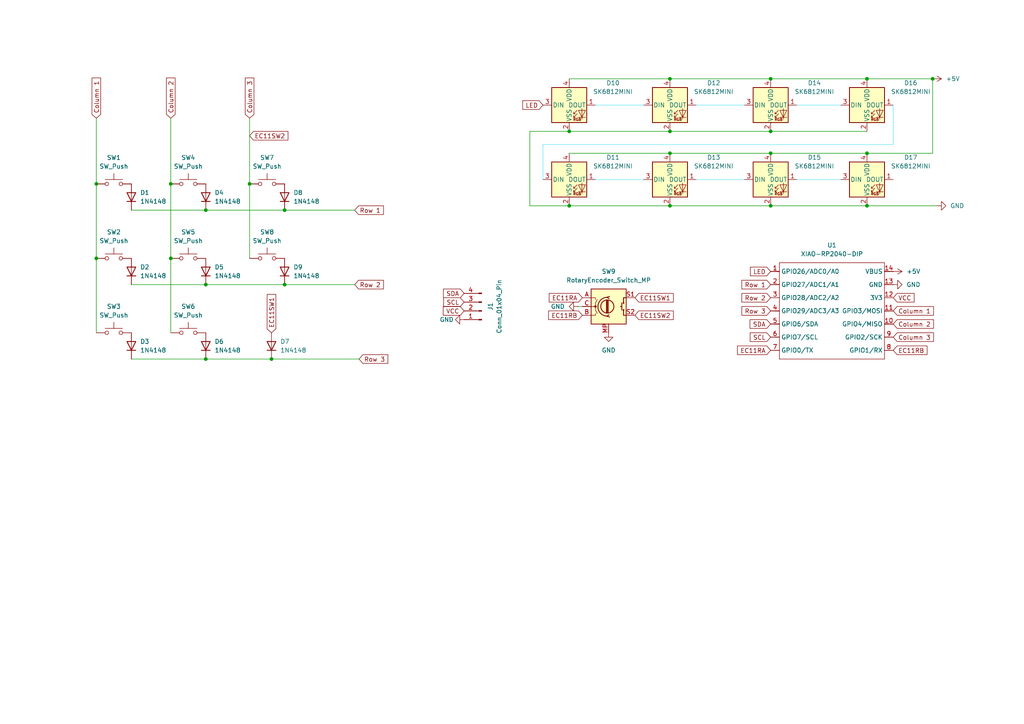
<source format=kicad_sch>
(kicad_sch (version 20250114) (generator "eeschema") (generator_version "9.0")
  (paper "A4")
  (lib_symbols
    (symbol "Connector:Conn_01x04_Pin" (pin_names (offset 1.016) (hide yes))
      (property "Reference" "J" (at 0 5.08 0))
      (property "Value" "Conn_01x04_Pin" (at 0 -7.62 0))
      (symbol "Conn_01x04_Pin_1_1"
        (rectangle (start 0.8636 2.667) (end 0 2.413) (stroke (width 0.1524)) (fill (type outline)))
        (rectangle (start 0.8636 0.127) (end 0 -0.127) (stroke (width 0.1524)) (fill (type outline)))
        (rectangle (start 0.8636 -2.413) (end 0 -2.667) (stroke (width 0.1524)) (fill (type outline)))
        (rectangle (start 0.8636 -4.953) (end 0 -5.207) (stroke (width 0.1524)) (fill (type outline)))
        (polyline (pts (xy 1.27 2.54) (xy 0.8636 2.54)) (stroke (width 0.1524)))
        (polyline (pts (xy 1.27 0) (xy 0.8636 0)) (stroke (width 0.1524)))
        (polyline (pts (xy 1.27 -2.54) (xy 0.8636 -2.54)) (stroke (width 0.1524)))
        (polyline (pts (xy 1.27 -5.08) (xy 0.8636 -5.08)) (stroke (width 0.1524)))
        (pin passive line (at 5.08 2.54 180) (length 3.81) (name "Pin_1") (number "1"))
        (pin passive line (at 5.08 0 180) (length 3.81) (name "Pin_2") (number "2"))
        (pin passive line (at 5.08 -2.54 180) (length 3.81) (name "Pin_3") (number "3"))
        (pin passive line (at 5.08 -5.08 180) (length 3.81) (name "Pin_4") (number "4"))
      )
    )
    (symbol "Device:RotaryEncoder_Switch_MP" (pin_names (offset 0.254) (hide yes))
      (property "Reference" "SW" (at 0 8.89 0))
      (property "Value" "RotaryEncoder_Switch_MP" (at 0 6.35 0))
      (symbol "RotaryEncoder_Switch_MP_0_1"
        (rectangle (start -5.08 5.08) (end 5.08 -5.08) (stroke (width 0.254)) (fill (type background)))
        (polyline (pts (xy -5.08 2.54) (xy -3.81 2.54) (xy -3.81 2.032)))
        (polyline (pts (xy -5.08 0) (xy -3.81 0) (xy -3.81 -1.016) (xy -3.302 -2.032)))
        (polyline (pts (xy -5.08 -2.54) (xy -3.81 -2.54) (xy -3.81 -2.032)))
        (polyline (pts (xy -4.318 0) (xy -3.81 0) (xy -3.81 1.016) (xy -3.302 2.032)))
        (circle (center -3.81 0) (radius 0.254) (fill (type outline)))
        (polyline (pts (xy -0.635 -1.778) (xy -0.635 1.778)) (stroke (width 0.254)))
        (circle (center -0.381 0) (radius 1.905) (stroke (width 0.254)))
        (polyline (pts (xy -0.381 -1.778) (xy -0.381 1.778)) (stroke (width 0.254)))
        (arc (start -0.381 -2.794) (mid -3.0988 -0.0635) (end -0.381 2.667) (stroke (width 0.254)))
        (polyline (pts (xy -0.127 1.778) (xy -0.127 -1.778)) (stroke (width 0.254)))
        (polyline (pts (xy 0.254 2.921) (xy -0.508 2.667) (xy 0.127 2.286)) (stroke (width 0.254)))
        (polyline (pts (xy 0.254 -3.048) (xy -0.508 -2.794) (xy 0.127 -2.413)) (stroke (width 0.254)))
        (polyline (pts (xy 3.81 1.016) (xy 3.81 -1.016)) (stroke (width 0.254)))
        (polyline (pts (xy 3.81 0) (xy 3.429 0)) (stroke (width 0.254)))
        (circle (center 4.318 1.016) (radius 0.127) (stroke (width 0.254)))
        (circle (center 4.318 -1.016) (radius 0.127) (stroke (width 0.254)))
        (polyline (pts (xy 5.08 2.54) (xy 4.318 2.54) (xy 4.318 1.016)) (stroke (width 0.254)))
        (polyline (pts (xy 5.08 -2.54) (xy 4.318 -2.54) (xy 4.318 -1.016)) (stroke (width 0.254)))
      )
      (symbol "RotaryEncoder_Switch_MP_1_1"
        (pin passive line (at -7.62 2.54 0) (length 2.54) (name "A") (number "A"))
        (pin passive line (at -7.62 0 0) (length 2.54) (name "C") (number "C"))
        (pin passive line (at -7.62 -2.54 0) (length 2.54) (name "B") (number "B"))
        (pin passive line (at 0 -7.62 90) (length 2.54) (name "MP") (number "MP"))
        (pin passive line (at 7.62 2.54 180) (length 2.54) (name "S1") (number "S1"))
        (pin passive line (at 7.62 -2.54 180) (length 2.54) (name "S2") (number "S2"))
      )
    )
    (symbol "Diode:1N4148" (pin_numbers (hide yes)) (pin_names (hide yes))
      (property "Reference" "D" (at 0 2.54 0))
      (property "Value" "1N4148" (at 0 -2.54 0))
      (symbol "1N4148_0_1"
        (polyline (pts (xy -1.27 1.27) (xy -1.27 -1.27)) (stroke (width 0.254)))
        (polyline (pts (xy 1.27 1.27) (xy 1.27 -1.27) (xy -1.27 0) (xy 1.27 1.27)) (stroke (width 0.254)))
        (polyline (pts (xy 1.27 0) (xy -1.27 0)))
      )
      (symbol "1N4148_1_1"
        (pin passive line (at -3.81 0 0) (length 2.54) (name "K") (number "1"))
        (pin passive line (at 3.81 0 180) (length 2.54) (name "A") (number "2"))
      )
    )
    (symbol "LED:SK6812MINI" (pin_names (offset 0.254))
      (property "Reference" "D" (at 5.08 5.715 0))
      (property "Value" "SK6812MINI" (at 1.27 -5.715 0))
      (symbol "SK6812MINI_0_0"
        (text "RGB" (at 2.286 -4.191 0) (effects (font (size 0.762 0.762))))
      )
      (symbol "SK6812MINI_0_1"
        (polyline (pts (xy 1.27 -2.54) (xy 1.778 -2.54)))
        (polyline (pts (xy 1.27 -3.556) (xy 1.778 -3.556)))
        (polyline (pts (xy 2.286 -1.524) (xy 1.27 -2.54) (xy 1.27 -2.032)))
        (polyline (pts (xy 2.286 -2.54) (xy 1.27 -3.556) (xy 1.27 -3.048)))
        (polyline (pts (xy 3.683 -1.016) (xy 3.683 -3.556) (xy 3.683 -4.064)))
        (polyline (pts (xy 4.699 -1.524) (xy 2.667 -1.524) (xy 3.683 -3.556) (xy 4.699 -1.524)))
        (polyline (pts (xy 4.699 -3.556) (xy 2.667 -3.556)))
        (rectangle (start 5.08 5.08) (end -5.08 -5.08) (stroke (width 0.254)) (fill (type background)))
      )
      (symbol "SK6812MINI_1_1"
        (pin input line (at -7.62 0 0) (length 2.54) (name "DIN") (number "3"))
        (pin power_in line (at 0 7.62 270) (length 2.54) (name "VDD") (number "4"))
        (pin power_in line (at 0 -7.62 90) (length 2.54) (name "VSS") (number "2"))
        (pin output line (at 7.62 0 180) (length 2.54) (name "DOUT") (number "1"))
      )
    )
    (symbol "OPL:XIAO-RP2040-DIP"
      (property "Reference" "U" (at 0 0 0))
      (property "Value" "XIAO-RP2040-DIP" (at 5.334 -1.778 0))
      (symbol "XIAO-RP2040-DIP_1_0"
        (polyline (pts (xy -1.27 -2.54) (xy 29.21 -2.54)) (stroke (width 0.1524)))
        (polyline (pts (xy -1.27 -5.08) (xy -2.54 -5.08)) (stroke (width 0.1524)))
        (polyline (pts (xy -1.27 -5.08) (xy -1.27 -2.54)) (stroke (width 0.1524)))
        (polyline (pts (xy -1.27 -8.89) (xy -2.54 -8.89)) (stroke (width 0.1524)))
        (polyline (pts (xy -1.27 -8.89) (xy -1.27 -5.08)) (stroke (width 0.1524)))
        (polyline (pts (xy -1.27 -12.7) (xy -2.54 -12.7)) (stroke (width 0.1524)))
        (polyline (pts (xy -1.27 -12.7) (xy -1.27 -8.89)) (stroke (width 0.1524)))
        (polyline (pts (xy -1.27 -16.51) (xy -2.54 -16.51)) (stroke (width 0.1524)))
        (polyline (pts (xy -1.27 -16.51) (xy -1.27 -12.7)) (stroke (width 0.1524)))
        (polyline (pts (xy -1.27 -20.32) (xy -2.54 -20.32)) (stroke (width 0.1524)))
        (polyline (pts (xy -1.27 -24.13) (xy -2.54 -24.13)) (stroke (width 0.1524)))
        (polyline (pts (xy -1.27 -27.94) (xy -2.54 -27.94)) (stroke (width 0.1524)))
        (polyline (pts (xy -1.27 -30.48) (xy -1.27 -16.51)) (stroke (width 0.1524)))
        (polyline (pts (xy 29.21 -2.54) (xy 29.21 -5.08)) (stroke (width 0.1524)))
        (polyline (pts (xy 29.21 -5.08) (xy 29.21 -8.89)) (stroke (width 0.1524)))
        (polyline (pts (xy 29.21 -8.89) (xy 29.21 -12.7)) (stroke (width 0.1524)))
        (polyline (pts (xy 29.21 -12.7) (xy 29.21 -30.48)) (stroke (width 0.1524)))
        (polyline (pts (xy 29.21 -30.48) (xy -1.27 -30.48)) (stroke (width 0.1524)))
        (polyline (pts (xy 30.48 -5.08) (xy 29.21 -5.08)) (stroke (width 0.1524)))
        (polyline (pts (xy 30.48 -8.89) (xy 29.21 -8.89)) (stroke (width 0.1524)))
        (polyline (pts (xy 30.48 -12.7) (xy 29.21 -12.7)) (stroke (width 0.1524)))
        (polyline (pts (xy 30.48 -16.51) (xy 29.21 -16.51)) (stroke (width 0.1524)))
        (polyline (pts (xy 30.48 -20.32) (xy 29.21 -20.32)) (stroke (width 0.1524)))
        (polyline (pts (xy 30.48 -24.13) (xy 29.21 -24.13)) (stroke (width 0.1524)))
        (polyline (pts (xy 30.48 -27.94) (xy 29.21 -27.94)) (stroke (width 0.1524)))
        (pin passive line (at -3.81 -5.08 0) (length 2.54) (name "GPIO26/ADC0/A0") (number "1"))
        (pin passive line (at -3.81 -8.89 0) (length 2.54) (name "GPIO27/ADC1/A1") (number "2"))
        (pin passive line (at -3.81 -12.7 0) (length 2.54) (name "GPIO28/ADC2/A2") (number "3"))
        (pin passive line (at -3.81 -16.51 0) (length 2.54) (name "GPIO29/ADC3/A3") (number "4"))
        (pin passive line (at -3.81 -20.32 0) (length 2.54) (name "GPIO6/SDA") (number "5"))
        (pin passive line (at -3.81 -24.13 0) (length 2.54) (name "GPIO7/SCL") (number "6"))
        (pin passive line (at -3.81 -27.94 0) (length 2.54) (name "GPIO0/TX") (number "7"))
        (pin passive line (at 31.75 -5.08 180) (length 2.54) (name "VBUS") (number "14"))
        (pin passive line (at 31.75 -8.89 180) (length 2.54) (name "GND") (number "13"))
        (pin passive line (at 31.75 -12.7 180) (length 2.54) (name "3V3") (number "12"))
        (pin passive line (at 31.75 -16.51 180) (length 2.54) (name "GPIO3/MOSI") (number "11"))
        (pin passive line (at 31.75 -20.32 180) (length 2.54) (name "GPIO4/MISO") (number "10"))
        (pin passive line (at 31.75 -24.13 180) (length 2.54) (name "GPIO2/SCK") (number "9"))
        (pin passive line (at 31.75 -27.94 180) (length 2.54) (name "GPIO1/RX") (number "8"))
      )
    )
    (symbol "Switch:SW_Push" (pin_numbers (hide yes)) (pin_names (offset 1.016) (hide yes))
      (property "Reference" "SW" (at 1.27 2.54 0))
      (property "Value" "SW_Push" (at 0 -1.524 0))
      (symbol "SW_Push_0_1"
        (circle (center -2.032 0) (radius 0.508))
        (polyline (pts (xy 0 1.27) (xy 0 3.048)))
        (circle (center 2.032 0) (radius 0.508))
        (polyline (pts (xy 2.54 1.27) (xy -2.54 1.27)))
        (pin passive line (at -5.08 0 0) (length 2.54) (name "1") (number "1"))
        (pin passive line (at 5.08 0 180) (length 2.54) (name "2") (number "2"))
      )
    )
    (symbol "power:+5V" (power) (pin_numbers (hide yes)) (pin_names (offset 0) (hide yes))
      (property "Value" "+5V" (at 0 3.556 0))
      (symbol "+5V_0_1"
        (polyline (pts (xy -0.762 1.27) (xy 0 2.54)))
        (polyline (pts (xy 0 2.54) (xy 0.762 1.27)))
        (polyline (pts (xy 0 0) (xy 0 2.54)))
      )
      (symbol "+5V_1_1"
        (pin power_in line (at 0 0 90) (length 0) (name "~") (number "1"))
      )
    )
    (symbol "power:GND" (power) (pin_numbers (hide yes)) (pin_names (offset 0) (hide yes))
      (property "Value" "GND" (at 0 -3.81 0))
      (symbol "GND_0_1"
        (polyline (pts (xy 0 0) (xy 0 -1.27) (xy 1.27 -1.27) (xy 0 -2.54) (xy -1.27 -1.27) (xy 0 -1.27)))
      )
      (symbol "GND_1_1"
        (pin power_in line (at 0 0 270) (length 0) (name "~") (number "1"))
      )
    )
  )
  (junction (at 82.55 82.55))
  (junction (at 59.69 60.96))
  (junction (at 270.51 22.86))
  (junction (at 251.46 44.45))
  (junction (at 27.94 74.93))
  (junction (at 223.52 22.86))
  (junction (at 251.46 59.69))
  (junction (at 27.94 53.34))
  (junction (at 165.1 59.69))
  (junction (at 251.46 22.86))
  (junction (at 49.53 53.34))
  (junction (at 49.53 74.93))
  (junction (at 82.55 60.96))
  (junction (at 194.31 44.45))
  (junction (at 194.31 38.1))
  (junction (at 223.52 38.1))
  (junction (at 59.69 82.55))
  (junction (at 194.31 22.86))
  (junction (at 78.74 104.14))
  (junction (at 165.1 38.1))
  (junction (at 223.52 59.69))
  (junction (at 223.52 44.45))
  (junction (at 59.69 104.14))
  (junction (at 194.31 59.69))
  (junction (at 72.39 53.34))
  (wire (pts (xy 172.72 30.48) (xy 186.69 30.48)) (stroke (width 0) (color 95 226 255 1)))
  (wire (pts (xy 172.72 52.07) (xy 186.69 52.07)) (stroke (width 0) (color 95 226 255 1)))
  (wire (pts (xy 49.53 53.34) (xy 49.53 74.93)))
  (wire (pts (xy 194.31 59.69) (xy 223.52 59.69)))
  (wire (pts (xy 165.1 44.45) (xy 194.31 44.45)))
  (wire (pts (xy 201.93 30.48) (xy 215.9 30.48)) (stroke (width 0) (color 95 226 255 1)))
  (wire (pts (xy 78.74 104.14) (xy 104.14 104.14)))
  (wire (pts (xy 251.46 44.45) (xy 270.51 44.45)))
  (wire (pts (xy 72.39 53.34) (xy 72.39 74.93)))
  (wire (pts (xy 194.31 22.86) (xy 223.52 22.86)))
  (wire (pts (xy 157.48 41.91) (xy 157.48 52.07)) (stroke (width 0) (color 95 226 255 1)))
  (wire (pts (xy 165.1 59.69) (xy 194.31 59.69)))
  (wire (pts (xy 223.52 38.1) (xy 194.31 38.1)))
  (wire (pts (xy 201.93 52.07) (xy 215.9 52.07)) (stroke (width 0) (color 95 226 255 1)))
  (wire (pts (xy 259.08 30.48) (xy 259.08 41.91)) (stroke (width 0) (color 95 226 255 1)))
  (wire (pts (xy 59.69 104.14) (xy 78.74 104.14)))
  (wire (pts (xy 82.55 60.96) (xy 102.87 60.96)))
  (wire (pts (xy 72.39 34.29) (xy 72.39 53.34)))
  (wire (pts (xy 223.52 44.45) (xy 251.46 44.45)))
  (wire (pts (xy 251.46 38.1) (xy 223.52 38.1)))
  (wire (pts (xy 27.94 53.34) (xy 27.94 74.93)))
  (wire (pts (xy 38.1 82.55) (xy 59.69 82.55)))
  (wire (pts (xy 231.14 30.48) (xy 243.84 30.48)) (stroke (width 0) (color 95 226 255 1)))
  (wire (pts (xy 167.64 88.9) (xy 168.91 88.9)))
  (wire (pts (xy 194.31 44.45) (xy 223.52 44.45)))
  (wire (pts (xy 194.31 38.1) (xy 165.1 38.1)))
  (wire (pts (xy 38.1 104.14) (xy 59.69 104.14)))
  (wire (pts (xy 38.1 60.96) (xy 59.69 60.96)))
  (wire (pts (xy 27.94 34.29) (xy 27.94 53.34)))
  (wire (pts (xy 231.14 52.07) (xy 243.84 52.07)) (stroke (width 0) (color 95 226 255 1)))
  (wire (pts (xy 251.46 22.86) (xy 270.51 22.86)))
  (wire (pts (xy 27.94 74.93) (xy 27.94 96.52)))
  (wire (pts (xy 165.1 22.86) (xy 194.31 22.86)))
  (wire (pts (xy 270.51 22.86) (xy 270.51 44.45)))
  (wire (pts (xy 153.67 59.69) (xy 165.1 59.69)))
  (wire (pts (xy 157.48 41.91) (xy 259.08 41.91)) (stroke (width 0) (color 95 226 255 1)))
  (wire (pts (xy 59.69 82.55) (xy 82.55 82.55)))
  (wire (pts (xy 82.55 82.55) (xy 102.87 82.55)))
  (wire (pts (xy 153.67 38.1) (xy 153.67 59.69)))
  (wire (pts (xy 223.52 59.69) (xy 251.46 59.69)))
  (wire (pts (xy 49.53 34.29) (xy 49.53 53.34)))
  (wire (pts (xy 251.46 59.69) (xy 271.78 59.69)))
  (wire (pts (xy 49.53 74.93) (xy 49.53 96.52)))
  (wire (pts (xy 165.1 38.1) (xy 153.67 38.1)))
  (wire (pts (xy 223.52 22.86) (xy 251.46 22.86)))
  (wire (pts (xy 59.69 60.96) (xy 82.55 60.96)))
  (global_label "EC11SW1" (shape input) (at 78.74 96.52 90) (property "Intersheetrefs" "${INTERSHEET_REFS}" (effects (hide yes))))
  (global_label "Column 3" (shape input) (at 259.08 97.79 0) (property "Intersheetrefs" "${INTERSHEET_REFS}" (effects (hide yes))))
  (global_label "Column 3" (shape input) (at 72.39 34.29 90) (property "Intersheetrefs" "${INTERSHEET_REFS}" (effects (hide yes))))
  (global_label "EC11RB" (shape input) (at 168.91 91.44 180) (property "Intersheetrefs" "${INTERSHEET_REFS}" (effects (hide yes))))
  (global_label "Row 1" (shape input) (at 223.52 82.55 180) (property "Intersheetrefs" "${INTERSHEET_REFS}" (effects (hide yes))))
  (global_label "EC11SW2" (shape input) (at 184.15 91.44 0) (property "Intersheetrefs" "${INTERSHEET_REFS}" (effects (hide yes))))
  (global_label "VCC" (shape input) (at 259.08 86.36 0) (property "Intersheetrefs" "${INTERSHEET_REFS}" (effects (hide yes))))
  (global_label "Row 2" (shape input) (at 223.52 86.36 180) (property "Intersheetrefs" "${INTERSHEET_REFS}" (effects (hide yes))))
  (global_label "EC11SW1" (shape input) (at 184.15 86.36 0) (property "Intersheetrefs" "${INTERSHEET_REFS}" (effects (hide yes))))
  (global_label "SCL" (shape input) (at 223.52 97.79 180) (property "Intersheetrefs" "${INTERSHEET_REFS}" (effects (hide yes))))
  (global_label "Column 2" (shape input) (at 49.53 34.29 90) (property "Intersheetrefs" "${INTERSHEET_REFS}" (effects (hide yes))))
  (global_label "Column 1" (shape input) (at 27.94 34.29 90) (property "Intersheetrefs" "${INTERSHEET_REFS}" (effects (hide yes))))
  (global_label "SCL" (shape input) (at 134.62 87.63 180) (property "Intersheetrefs" "${INTERSHEET_REFS}" (effects (hide yes))))
  (global_label "LED" (shape input) (at 157.48 30.48 180) (property "Intersheetrefs" "${INTERSHEET_REFS}" (effects (hide yes))))
  (global_label "Column 2" (shape input) (at 259.08 93.98 0) (property "Intersheetrefs" "${INTERSHEET_REFS}" (effects (hide yes))))
  (global_label "LED" (shape input) (at 223.52 78.74 180) (property "Intersheetrefs" "${INTERSHEET_REFS}" (effects (hide yes))))
  (global_label "SDA" (shape input) (at 223.52 93.98 180) (property "Intersheetrefs" "${INTERSHEET_REFS}" (effects (hide yes))))
  (global_label "EC11RA" (shape input) (at 223.52 101.6 180) (property "Intersheetrefs" "${INTERSHEET_REFS}" (effects (hide yes))))
  (global_label "EC11RA" (shape input) (at 168.91 86.36 180) (property "Intersheetrefs" "${INTERSHEET_REFS}" (effects (hide yes))))
  (global_label "Row 3" (shape input) (at 223.52 90.17 180) (property "Intersheetrefs" "${INTERSHEET_REFS}" (effects (hide yes))))
  (global_label "SDA" (shape input) (at 134.62 85.09 180) (property "Intersheetrefs" "${INTERSHEET_REFS}" (effects (hide yes))))
  (global_label "EC11SW2" (shape input) (at 72.39 39.37 0) (property "Intersheetrefs" "${INTERSHEET_REFS}" (effects (hide yes))))
  (global_label "VCC" (shape input) (at 134.62 90.17 180) (property "Intersheetrefs" "${INTERSHEET_REFS}" (effects (hide yes))))
  (global_label "Row 1" (shape input) (at 102.87 60.96 0) (property "Intersheetrefs" "${INTERSHEET_REFS}" (effects (hide yes))))
  (global_label "Row 2" (shape input) (at 102.87 82.55 0) (property "Intersheetrefs" "${INTERSHEET_REFS}" (effects (hide yes))))
  (global_label "Row 3" (shape input) (at 104.14 104.14 0) (property "Intersheetrefs" "${INTERSHEET_REFS}" (effects (hide yes))))
  (global_label "Column 1" (shape input) (at 259.08 90.17 0) (property "Intersheetrefs" "${INTERSHEET_REFS}" (effects (hide yes))))
  (global_label "EC11RB" (shape input) (at 259.08 101.6 0) (property "Intersheetrefs" "${INTERSHEET_REFS}" (effects (hide yes))))
  (symbol (lib_id "Connector:Conn_01x04_Pin") (at 139.7 90.17 180) (unit 1)
    (property "Reference" "J1" (at 142.24 88.9 90))
    (property "Value" "Conn_01x04_Pin" (at 144.78 88.9 90))
    (property "Footprint" "OLED:SSD1306-0.91-OLED-4pin-128x32" (effects (hide yes)))
    (property "Description" "Generic connector, single row, 01x04, script generated" (effects (hide yes)))
  )
  (symbol (lib_id "power:GND") (at 259.08 82.55 90) (unit 1)
    (property "Reference" "#PWR02" (effects (hide yes)))
    (property "Value" "GND" (at 262.89 82.5499 90) (effects (justify right)))
    (property "Description" "Power symbol creates a global label with name \"GND\" , ground" (effects (hide yes)))
  )
  (symbol (lib_id "Switch:SW_Push") (at 77.47 53.34 0) (unit 1)
    (property "Reference" "SW7" (at 77.47 45.72 0))
    (property "Value" "SW_Push" (at 77.47 48.26 0))
    (property "Footprint" "Button_Switch_Keyboard:SW_Cherry_MX_1.00u_PCB" (effects (hide yes)))
    (property "Description" "Push button switch, generic, two pins" (effects (hide yes)))
  )
  (symbol (lib_id "power:GND") (at 271.78 59.69 90) (unit 1)
    (property "Reference" "#PWR07" (effects (hide yes)))
    (property "Value" "GND" (at 275.59 59.6899 90) (effects (justify right)))
    (property "Description" "Power symbol creates a global label with name \"GND\" , ground" (effects (hide yes)))
  )
  (symbol (lib_id "Switch:SW_Push") (at 33.02 74.93 0) (unit 1)
    (property "Reference" "SW2" (at 33.02 67.31 0))
    (property "Value" "SW_Push" (at 33.02 69.85 0))
    (property "Footprint" "Button_Switch_Keyboard:SW_Cherry_MX_1.00u_PCB" (effects (hide yes)))
    (property "Description" "Push button switch, generic, two pins" (effects (hide yes)))
  )
  (symbol (lib_id "power:GND") (at 167.64 88.9 270) (unit 1)
    (property "Reference" "#PWR03" (effects (hide yes)))
    (property "Value" "GND" (at 163.83 88.8999 90) (effects (justify right)))
    (property "Description" "Power symbol creates a global label with name \"GND\" , ground" (effects (hide yes)))
  )
  (symbol (lib_id "Diode:1N4148") (at 82.55 57.15 90) (unit 1)
    (property "Reference" "D8" (at 85.09 55.8799 90) (effects (justify right)))
    (property "Value" "1N4148" (at 85.09 58.4199 90) (effects (justify right)))
    (property "Footprint" "Diode_THT:D_DO-35_SOD27_P7.62mm_Horizontal" (effects (hide yes)))
    (property "Datasheet" "https://assets.nexperia.com/documents/data-sheet/1N4148_1N4448.pdf" (effects (hide yes)))
    (property "Description" "100V 0.15A standard switching diode, DO-35" (effects (hide yes)))
    (property "Sim.Device" "D" (effects (hide yes)))
    (property "Sim.Pins" "1=K 2=A" (effects (hide yes)))
  )
  (symbol (lib_id "power:+5V") (at 270.51 22.86 270) (unit 1)
    (property "Reference" "#PWR06" (effects (hide yes)))
    (property "Value" "+5V" (at 274.32 22.8599 90) (effects (justify left)))
    (property "Description" "Power symbol creates a global label with name \"+5V\"" (effects (hide yes)))
  )
  (symbol (lib_id "Switch:SW_Push") (at 33.02 96.52 0) (unit 1)
    (property "Reference" "SW3" (at 33.02 88.9 0))
    (property "Value" "SW_Push" (at 33.02 91.44 0))
    (property "Footprint" "Button_Switch_Keyboard:SW_Cherry_MX_1.00u_PCB" (effects (hide yes)))
    (property "Description" "Push button switch, generic, two pins" (effects (hide yes)))
  )
  (symbol (lib_id "LED:SK6812MINI") (at 194.31 52.07 0) (unit 1)
    (property "Reference" "D13" (at 207.01 45.6498 0))
    (property "Value" "SK6812MINI" (at 207.01 48.1898 0))
    (property "Footprint" "LED:SK6812-MINI-E" (effects (hide yes)))
    (property "Datasheet" "https://cdn-shop.adafruit.com/product-files/2686/SK6812MINI_REV.01-1-2.pdf" (effects (hide yes)))
    (property "Description" "RGB LED with integrated controller" (effects (hide yes)))
  )
  (symbol (lib_id "Diode:1N4148") (at 59.69 78.74 90) (unit 1)
    (property "Reference" "D5" (at 62.23 77.4699 90) (effects (justify right)))
    (property "Value" "1N4148" (at 62.23 80.0099 90) (effects (justify right)))
    (property "Footprint" "Diode_THT:D_DO-35_SOD27_P7.62mm_Horizontal" (effects (hide yes)))
    (property "Datasheet" "https://assets.nexperia.com/documents/data-sheet/1N4148_1N4448.pdf" (effects (hide yes)))
    (property "Description" "100V 0.15A standard switching diode, DO-35" (effects (hide yes)))
    (property "Sim.Device" "D" (effects (hide yes)))
    (property "Sim.Pins" "1=K 2=A" (effects (hide yes)))
  )
  (symbol (lib_id "Switch:SW_Push") (at 54.61 74.93 0) (unit 1)
    (property "Reference" "SW5" (at 54.61 67.31 0))
    (property "Value" "SW_Push" (at 54.61 69.85 0))
    (property "Footprint" "Button_Switch_Keyboard:SW_Cherry_MX_1.00u_PCB" (effects (hide yes)))
    (property "Description" "Push button switch, generic, two pins" (effects (hide yes)))
  )
  (symbol (lib_id "OPL:XIAO-RP2040-DIP") (at 227.33 73.66 0) (unit 1)
    (property "Reference" "U1" (at 241.3 71.12 0))
    (property "Value" "XIAO-RP2040-DIP" (at 241.3 73.66 0))
    (property "Footprint" "OPL:XIAO-RP2040-DIP" (effects (hide yes)))
  )
  (symbol (lib_id "LED:SK6812MINI") (at 165.1 52.07 0) (unit 1)
    (property "Reference" "D11" (at 177.8 45.6498 0))
    (property "Value" "SK6812MINI" (at 177.8 48.1898 0))
    (property "Footprint" "LED:SK6812-MINI-E" (effects (hide yes)))
    (property "Datasheet" "https://cdn-shop.adafruit.com/product-files/2686/SK6812MINI_REV.01-1-2.pdf" (effects (hide yes)))
    (property "Description" "RGB LED with integrated controller" (effects (hide yes)))
  )
  (symbol (lib_id "Switch:SW_Push") (at 33.02 53.34 0) (unit 1)
    (property "Reference" "SW1" (at 33.02 45.72 0))
    (property "Value" "SW_Push" (at 33.02 48.26 0))
    (property "Footprint" "Button_Switch_Keyboard:SW_Cherry_MX_1.00u_PCB" (effects (hide yes)))
    (property "Description" "Push button switch, generic, two pins" (effects (hide yes)))
  )
  (symbol (lib_id "Device:RotaryEncoder_Switch_MP") (at 176.53 88.9 0) (unit 1)
    (property "Reference" "SW9" (at 176.53 78.74 0))
    (property "Value" "RotaryEncoder_Switch_MP" (at 176.53 81.28 0))
    (property "Footprint" "Rotary_Encoder:RotaryEncoder_Alps_EC11E-Switch_Vertical_H20mm" (effects (hide yes)))
    (property "Description" "Rotary encoder, dual channel, incremental quadrate outputs, with switch and MP Pin" (effects (hide yes)))
  )
  (symbol (lib_id "LED:SK6812MINI") (at 194.31 30.48 0) (unit 1)
    (property "Reference" "D12" (at 207.01 24.0598 0))
    (property "Value" "SK6812MINI" (at 207.01 26.5998 0))
    (property "Footprint" "LED:SK6812-MINI-E" (effects (hide yes)))
    (property "Datasheet" "https://cdn-shop.adafruit.com/product-files/2686/SK6812MINI_REV.01-1-2.pdf" (effects (hide yes)))
    (property "Description" "RGB LED with integrated controller" (effects (hide yes)))
  )
  (symbol (lib_id "Diode:1N4148") (at 82.55 78.74 90) (unit 1)
    (property "Reference" "D9" (at 85.09 77.4699 90) (effects (justify right)))
    (property "Value" "1N4148" (at 85.09 80.0099 90) (effects (justify right)))
    (property "Footprint" "Diode_THT:D_DO-35_SOD27_P7.62mm_Horizontal" (effects (hide yes)))
    (property "Datasheet" "https://assets.nexperia.com/documents/data-sheet/1N4148_1N4448.pdf" (effects (hide yes)))
    (property "Description" "100V 0.15A standard switching diode, DO-35" (effects (hide yes)))
    (property "Sim.Device" "D" (effects (hide yes)))
    (property "Sim.Pins" "1=K 2=A" (effects (hide yes)))
  )
  (symbol (lib_id "power:+5V") (at 259.08 78.74 270) (unit 1)
    (property "Reference" "#PWR01" (effects (hide yes)))
    (property "Value" "+5V" (at 262.89 78.7399 90) (effects (justify left)))
    (property "Description" "Power symbol creates a global label with name \"+5V\"" (effects (hide yes)))
  )
  (symbol (lib_id "LED:SK6812MINI") (at 251.46 52.07 0) (unit 1)
    (property "Reference" "D17" (at 264.16 45.6498 0))
    (property "Value" "SK6812MINI" (at 264.16 48.1898 0))
    (property "Footprint" "LED:SK6812-MINI-E" (effects (hide yes)))
    (property "Datasheet" "https://cdn-shop.adafruit.com/product-files/2686/SK6812MINI_REV.01-1-2.pdf" (effects (hide yes)))
    (property "Description" "RGB LED with integrated controller" (effects (hide yes)))
  )
  (symbol (lib_id "Switch:SW_Push") (at 54.61 96.52 0) (unit 1)
    (property "Reference" "SW6" (at 54.61 88.9 0))
    (property "Value" "SW_Push" (at 54.61 91.44 0))
    (property "Footprint" "Button_Switch_Keyboard:SW_Cherry_MX_1.00u_PCB" (effects (hide yes)))
    (property "Description" "Push button switch, generic, two pins" (effects (hide yes)))
  )
  (symbol (lib_id "Switch:SW_Push") (at 54.61 53.34 0) (unit 1)
    (property "Reference" "SW4" (at 54.61 45.72 0))
    (property "Value" "SW_Push" (at 54.61 48.26 0))
    (property "Footprint" "Button_Switch_Keyboard:SW_Cherry_MX_1.00u_PCB" (effects (hide yes)))
    (property "Description" "Push button switch, generic, two pins" (effects (hide yes)))
  )
  (symbol (lib_id "Diode:1N4148") (at 78.74 100.33 90) (unit 1)
    (property "Reference" "D7" (at 81.28 99.0599 90) (effects (justify right)))
    (property "Value" "1N4148" (at 81.28 101.5999 90) (effects (justify right)))
    (property "Footprint" "Diode_THT:D_DO-35_SOD27_P7.62mm_Horizontal" (effects (hide yes)))
    (property "Datasheet" "https://assets.nexperia.com/documents/data-sheet/1N4148_1N4448.pdf" (effects (hide yes)))
    (property "Description" "100V 0.15A standard switching diode, DO-35" (effects (hide yes)))
    (property "Sim.Device" "D" (effects (hide yes)))
    (property "Sim.Pins" "1=K 2=A" (effects (hide yes)))
  )
  (symbol (lib_id "LED:SK6812MINI") (at 223.52 52.07 0) (unit 1)
    (property "Reference" "D15" (at 236.22 45.6498 0))
    (property "Value" "SK6812MINI" (at 236.22 48.1898 0))
    (property "Footprint" "LED:SK6812-MINI-E" (effects (hide yes)))
    (property "Datasheet" "https://cdn-shop.adafruit.com/product-files/2686/SK6812MINI_REV.01-1-2.pdf" (effects (hide yes)))
    (property "Description" "RGB LED with integrated controller" (effects (hide yes)))
  )
  (symbol (lib_id "Diode:1N4148") (at 38.1 100.33 90) (unit 1)
    (property "Reference" "D3" (at 40.64 99.0599 90) (effects (justify right)))
    (property "Value" "1N4148" (at 40.64 101.5999 90) (effects (justify right)))
    (property "Footprint" "Diode_THT:D_DO-35_SOD27_P7.62mm_Horizontal" (effects (hide yes)))
    (property "Datasheet" "https://assets.nexperia.com/documents/data-sheet/1N4148_1N4448.pdf" (effects (hide yes)))
    (property "Description" "100V 0.15A standard switching diode, DO-35" (effects (hide yes)))
    (property "Sim.Device" "D" (effects (hide yes)))
    (property "Sim.Pins" "1=K 2=A" (effects (hide yes)))
  )
  (symbol (lib_id "LED:SK6812MINI") (at 165.1 30.48 0) (unit 1)
    (property "Reference" "D10" (at 177.8 24.0598 0))
    (property "Value" "SK6812MINI" (at 177.8 26.5998 0))
    (property "Footprint" "LED:SK6812-MINI-E" (effects (hide yes)))
    (property "Datasheet" "https://cdn-shop.adafruit.com/product-files/2686/SK6812MINI_REV.01-1-2.pdf" (effects (hide yes)))
    (property "Description" "RGB LED with integrated controller" (effects (hide yes)))
  )
  (symbol (lib_id "power:GND") (at 176.53 96.52 0) (unit 1)
    (property "Reference" "#PWR04" (effects (hide yes)))
    (property "Value" "GND" (at 176.53 101.6 0))
    (property "Description" "Power symbol creates a global label with name \"GND\" , ground" (effects (hide yes)))
  )
  (symbol (lib_id "Diode:1N4148") (at 38.1 78.74 90) (unit 1)
    (property "Reference" "D2" (at 40.64 77.4699 90) (effects (justify right)))
    (property "Value" "1N4148" (at 40.64 80.0099 90) (effects (justify right)))
    (property "Footprint" "Diode_THT:D_DO-35_SOD27_P7.62mm_Horizontal" (effects (hide yes)))
    (property "Datasheet" "https://assets.nexperia.com/documents/data-sheet/1N4148_1N4448.pdf" (effects (hide yes)))
    (property "Description" "100V 0.15A standard switching diode, DO-35" (effects (hide yes)))
    (property "Sim.Device" "D" (effects (hide yes)))
    (property "Sim.Pins" "1=K 2=A" (effects (hide yes)))
  )
  (symbol (lib_id "LED:SK6812MINI") (at 251.46 30.48 0) (unit 1)
    (property "Reference" "D16" (at 264.16 24.0598 0))
    (property "Value" "SK6812MINI" (at 264.16 26.5998 0))
    (property "Footprint" "LED:SK6812-MINI-E" (effects (hide yes)))
    (property "Datasheet" "https://cdn-shop.adafruit.com/product-files/2686/SK6812MINI_REV.01-1-2.pdf" (effects (hide yes)))
    (property "Description" "RGB LED with integrated controller" (effects (hide yes)))
  )
  (symbol (lib_id "Switch:SW_Push") (at 77.47 74.93 0) (unit 1)
    (property "Reference" "SW8" (at 77.47 67.31 0))
    (property "Value" "SW_Push" (at 77.47 69.85 0))
    (property "Footprint" "Button_Switch_Keyboard:SW_Cherry_MX_1.00u_PCB" (effects (hide yes)))
    (property "Description" "Push button switch, generic, two pins" (effects (hide yes)))
  )
  (symbol (lib_id "power:GND") (at 134.62 92.71 270) (unit 1)
    (property "Reference" "#PWR05" (effects (hide yes)))
    (property "Value" "GND" (at 129.54 92.71 90))
    (property "Description" "Power symbol creates a global label with name \"GND\" , ground" (effects (hide yes)))
  )
  (symbol (lib_id "Diode:1N4148") (at 59.69 100.33 90) (unit 1)
    (property "Reference" "D6" (at 62.23 99.0599 90) (effects (justify right)))
    (property "Value" "1N4148" (at 62.23 101.5999 90) (effects (justify right)))
    (property "Footprint" "Diode_THT:D_DO-35_SOD27_P7.62mm_Horizontal" (effects (hide yes)))
    (property "Datasheet" "https://assets.nexperia.com/documents/data-sheet/1N4148_1N4448.pdf" (effects (hide yes)))
    (property "Description" "100V 0.15A standard switching diode, DO-35" (effects (hide yes)))
    (property "Sim.Device" "D" (effects (hide yes)))
    (property "Sim.Pins" "1=K 2=A" (effects (hide yes)))
  )
  (symbol (lib_id "Diode:1N4148") (at 59.69 57.15 90) (unit 1)
    (property "Reference" "D4" (at 62.23 55.8799 90) (effects (justify right)))
    (property "Value" "1N4148" (at 62.23 58.4199 90) (effects (justify right)))
    (property "Footprint" "Diode_THT:D_DO-35_SOD27_P7.62mm_Horizontal" (effects (hide yes)))
    (property "Datasheet" "https://assets.nexperia.com/documents/data-sheet/1N4148_1N4448.pdf" (effects (hide yes)))
    (property "Description" "100V 0.15A standard switching diode, DO-35" (effects (hide yes)))
    (property "Sim.Device" "D" (effects (hide yes)))
    (property "Sim.Pins" "1=K 2=A" (effects (hide yes)))
  )
  (symbol (lib_id "LED:SK6812MINI") (at 223.52 30.48 0) (unit 1)
    (property "Reference" "D14" (at 236.22 24.0598 0))
    (property "Value" "SK6812MINI" (at 236.22 26.5998 0))
    (property "Footprint" "LED:SK6812-MINI-E" (effects (hide yes)))
    (property "Datasheet" "https://cdn-shop.adafruit.com/product-files/2686/SK6812MINI_REV.01-1-2.pdf" (effects (hide yes)))
    (property "Description" "RGB LED with integrated controller" (effects (hide yes)))
  )
  (symbol (lib_id "Diode:1N4148") (at 38.1 57.15 90) (unit 1)
    (property "Reference" "D1" (at 40.64 55.8799 90) (effects (justify right)))
    (property "Value" "1N4148" (at 40.64 58.4199 90) (effects (justify right)))
    (property "Footprint" "Diode_THT:D_DO-35_SOD27_P7.62mm_Horizontal" (effects (hide yes)))
    (property "Datasheet" "https://assets.nexperia.com/documents/data-sheet/1N4148_1N4448.pdf" (effects (hide yes)))
    (property "Description" "100V 0.15A standard switching diode, DO-35" (effects (hide yes)))
    (property "Sim.Device" "D" (effects (hide yes)))
    (property "Sim.Pins" "1=K 2=A" (effects (hide yes)))
  )
)
</source>
